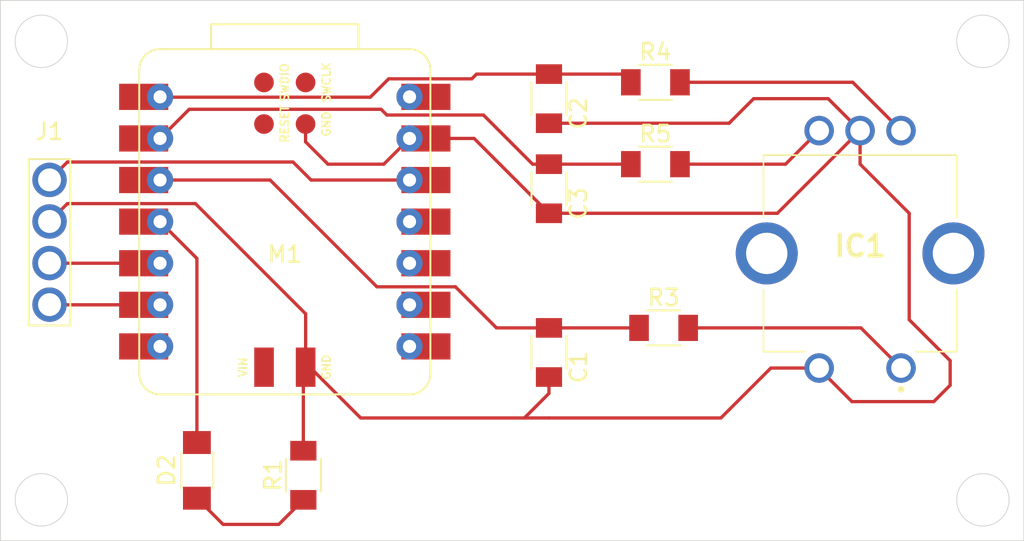
<source format=kicad_pcb>
(kicad_pcb (version 20241229) (generator "pcbnew") (generator_version "9.0")
  (layers (0 "F.Cu" signal) (2 "B.Cu" signal) (13 "F.Paste" user) (15 "B.Paste" user) (5 "F.SilkS" user "F.Silkscreen") (7 "B.SilkS" user "B.Silkscreen") (1 "F.Mask" user) (3 "B.Mask" user) (25 "Edge.Cuts" user))
  (net 0 "")
  (net 1 "/D3")
  (net 2 "Net-(D2-K)")
  (net 3 "GND")
  (net 4 "/D2")
  (net 5 "/D0")
  (net 7 "/D1")
  (net 9 "/SCL")
  (net 10 "+3.3V")
  (net 11 "/SDA")
  (net 28 "Net-(IC1-Pad1)")
  (net 29 "Net-(IC1-PadA1)")
  (net 30 "Net-(IC1-PadB1)")
  (footprint "fab:R_1206" (layer "F.Cu") (at 151.5 76)
    (property "Reference" "R5" (at 0 -1.85 0) (layer "F.SilkS"))
    (property "Value" "10kR")
    (fp_line (start -1 -1.07) (end 1 -1.07) (stroke (width 0.12)) (layer "F.SilkS"))
    (fp_line (start 1 1.07) (end -1 1.07) (stroke (width 0.12)) (layer "F.SilkS"))
    (pad "1" smd rect (at -1.5 0) (size 1.2 1.6) (layers "F.Cu" "F.Mask" "F.Paste") (net 7 "/D1"))
    (pad "2" smd rect (at 1.5 0) (size 1.2 1.6) (layers "F.Cu" "F.Mask" "F.Paste") (net 30 "Net-(IC1-PadB1)"))
  )
  (footprint "fab:SeeedStudio_XIAO_RP2040" (layer "F.Cu") (at 128.865 79.51)
    (property "Reference" "M1" (at 0 1.99 0) (layer "F.SilkS"))
    (property "Value" "Module_XIAO-RP2040" (hide yes))
    (fp_line (start -8.8875 9.281) (end -8.8875 -9.261) (stroke (width 0.12)) (layer "F.SilkS"))
    (fp_line (start -7.6175 -10.531) (end 7.6225 -10.531) (stroke (width 0.12)) (layer "F.SilkS"))
    (fp_line (start 7.6225 10.551) (end -7.6175 10.551) (stroke (width 0.12)) (layer "F.SilkS"))
    (fp_line (start 8.8925 -9.261) (end 8.8925 9.281) (stroke (width 0.12)) (layer "F.SilkS"))
    (fp_rect (start -4.4975 -10.531) (end 4.5025 -12.055) (stroke (width 0.12)) (fill no) (layer "F.SilkS"))
    (fp_arc (start -8.8875 -9.261) (mid -8.515526 -10.159026) (end -7.6175 -10.531) (stroke (width 0.12)) (layer "F.SilkS"))
    (fp_arc (start -7.6175 10.551) (mid -8.515526 10.179026) (end -8.8875 9.281) (stroke (width 0.12)) (layer "F.SilkS"))
    (fp_arc (start 7.6225 -10.531) (mid 8.520526 -10.159026) (end 8.8925 -9.261) (stroke (width 0.12)) (layer "F.SilkS"))
    (fp_arc (start 8.8925 9.281) (mid 8.520526 10.179026) (end 7.6225 10.551) (stroke (width 0.12)) (layer "F.SilkS"))
    (fp_text user "GND" (at 2.54 -5.96 90) (layer "F.SilkS") (effects (font (size 0.5 0.5) (thickness 0.1) (bold yes))))
    (fp_text user "SWDIO" (at 0 -8.5 90) (layer "F.SilkS") (effects (font (size 0.5 0.5) (thickness 0.1) (bold yes))))
    (fp_text user "VIN" (at -2.535 8.89 90) (layer "F.SilkS") (effects (font (size 0.5 0.5) (thickness 0.1) (bold yes))))
    (fp_text user "GND" (at 2.545 8.89 90) (layer "F.SilkS") (effects (font (size 0.5 0.5) (thickness 0.1) (bold yes))))
    (fp_text user "SWCLK" (at 2.54 -8.5 90) (layer "F.SilkS") (effects (font (size 0.5 0.5) (thickness 0.1) (bold yes))))
    (fp_text user "RESET" (at 0 -5.96 90) (layer "F.SilkS") (effects (font (size 0.5 0.5) (thickness 0.1) (bold yes))))
    (pad "1" thru_hole circle (at -7.615 -7.62) (size 1.6 1.6) (drill 0.8) (layers "*.Cu" "*.Mask") (net 5 "/D0"))
    (pad "1" smd rect (at -7.615 -7.62) (size 3 1.6) (drill (offset -1 0)) (layers "F.Cu" "F.Mask" "F.Paste") (net 5 "/D0"))
    (pad "2" thru_hole circle (at -7.615 -5.08) (size 1.6 1.6) (drill 0.8) (layers "*.Cu" "*.Mask") (net 7 "/D1"))
    (pad "2" smd rect (at -7.615 -5.08) (size 3 1.6) (drill (offset -1 0)) (layers "F.Cu" "F.Mask" "F.Paste") (net 7 "/D1"))
    (pad "3" thru_hole circle (at -7.615 -2.54) (size 1.6 1.6) (drill 0.8) (layers "*.Cu" "*.Mask") (net 4 "/D2"))
    (pad "3" smd rect (at -7.615 -2.54) (size 3 1.6) (drill (offset -1 0)) (layers "F.Cu" "F.Mask" "F.Paste") (net 4 "/D2"))
    (pad "4" thru_hole circle (at -7.615 0) (size 1.6 1.6) (drill 0.8) (layers "*.Cu" "*.Mask") (net 1 "/D3"))
    (pad "4" smd rect (at -7.615 0) (size 3 1.6) (drill (offset -1 0)) (layers "F.Cu" "F.Mask" "F.Paste") (net 1 "/D3"))
    (pad "5" thru_hole circle (at -7.615 2.54) (size 1.6 1.6) (drill 0.8) (layers "*.Cu" "*.Mask") (net 11 "/SDA"))
    (pad "5" smd rect (at -7.615 2.54) (size 3 1.6) (drill (offset -1 0)) (layers "F.Cu" "F.Mask" "F.Paste") (net 11 "/SDA"))
    (pad "6" thru_hole circle (at -7.615 5.08) (size 1.6 1.6) (drill 0.8) (layers "*.Cu" "*.Mask") (net 9 "/SCL"))
    (pad "6" smd rect (at -7.615 5.08) (size 3 1.6) (drill (offset -1 0)) (layers "F.Cu" "F.Mask" "F.Paste") (net 9 "/SCL"))
    (pad "7" thru_hole circle (at -7.615 7.62) (size 1.6 1.6) (drill 0.8) (layers "*.Cu" "*.Mask"))
    (pad "7" smd rect (at -7.615 7.62) (size 3 1.6) (drill (offset -1 0)) (layers "F.Cu" "F.Mask" "F.Paste"))
    (pad "8" thru_hole circle (at 7.62 7.62) (size 1.6 1.6) (drill 0.8) (layers "*.Cu" "*.Mask"))
    (pad "8" smd rect (at 7.62 7.62) (size 3 1.6) (drill (offset 1 0)) (layers "F.Cu" "F.Mask" "F.Paste"))
    (pad "9" thru_hole circle (at 7.62 5.08) (size 1.6 1.6) (drill 0.8) (layers "*.Cu" "*.Mask"))
    (pad "9" smd rect (at 7.62 5.08) (size 3 1.6) (drill (offset 1 0)) (layers "F.Cu" "F.Mask" "F.Paste"))
    (pad "10" thru_hole circle (at 7.62 2.54) (size 1.6 1.6) (drill 0.8) (layers "*.Cu" "*.Mask"))
    (pad "10" smd rect (at 7.62 2.54) (size 3 1.6) (drill (offset 1 0)) (layers "F.Cu" "F.Mask" "F.Paste"))
    (pad "11" thru_hole circle (at 7.62 0) (size 1.6 1.6) (drill 0.8) (layers "*.Cu" "*.Mask"))
    (pad "11" smd rect (at 7.62 0) (size 3 1.6) (drill (offset 1 0)) (layers "F.Cu" "F.Mask" "F.Paste"))
    (pad "12" thru_hole circle (at 7.62 -2.54) (size 1.6 1.6) (drill 0.8) (layers "*.Cu" "*.Mask") (net 10 "+3.3V"))
    (pad "12" smd rect (at 7.62 -2.54) (size 3 1.6) (drill (offset 1 0)) (layers "F.Cu" "F.Mask" "F.Paste") (net 10 "+3.3V"))
    (pad "13" thru_hole circle (at 7.62 -5.08) (size 1.6 1.6) (drill 0.8) (layers "*.Cu" "*.Mask") (net 3 "GND"))
    (pad "13" smd rect (at 7.62 -5.08) (size 3 1.6) (drill (offset 1 0)) (layers "F.Cu" "F.Mask" "F.Paste") (net 3 "GND"))
    (pad "14" thru_hole circle (at 7.62 -7.62) (size 1.6 1.6) (drill 0.8) (layers "*.Cu" "*.Mask"))
    (pad "14" smd rect (at 7.62 -7.62) (size 3 1.6) (drill (offset 1 0)) (layers "F.Cu" "F.Mask" "F.Paste"))
    (pad "15" smd rect (at 1.275 8.89 270) (size 2.4 1.2) (layers "F.Cu" "F.Mask" "F.Paste") (net 3 "GND"))
    (pad "16" smd rect (at -1.265 8.89 270) (size 2.4 1.2) (layers "F.Cu" "F.Mask" "F.Paste"))
    (pad "17" smd circle (at -1.27 -8.5) (size 1.2 1.2) (layers "F.Cu" "F.Mask" "F.Paste"))
    (pad "18" smd circle (at -1.27 -5.96) (size 1.2 1.2) (layers "F.Cu" "F.Mask" "F.Paste"))
    (pad "19" smd circle (at 1.27 -5.96) (size 1.2 1.2) (layers "F.Cu" "F.Mask" "F.Paste") (net 3 "GND"))
    (pad "20" smd circle (at 1.27 -8.5) (size 1.2 1.2) (layers "F.Cu" "F.Mask" "F.Paste"))
  )
  (footprint "fab:R_1206" (layer "F.Cu") (at 151.5 71)
    (property "Reference" "R4" (at 0 -1.85 0) (layer "F.SilkS"))
    (property "Value" "10kR")
    (fp_line (start -1 -1.07) (end 1 -1.07) (stroke (width 0.12)) (layer "F.SilkS"))
    (fp_line (start 1 1.07) (end -1 1.07) (stroke (width 0.12)) (layer "F.SilkS"))
    (pad "1" smd rect (at -1.5 0) (size 1.2 1.6) (layers "F.Cu" "F.Mask" "F.Paste") (net 5 "/D0"))
    (pad "2" smd rect (at 1.5 0) (size 1.2 1.6) (layers "F.Cu" "F.Mask" "F.Paste") (net 29 "Net-(IC1-PadA1)"))
  )
  (footprint "fab:LED_1206" (layer "F.Cu") (at 123.5 94.7 90)
    (property "Reference" "D2" (at 0 -1.85 90) (layer "F.SilkS"))
    (property "Value" "LED_1206")
    (fp_line (start -1.1 -0.95) (end 1.1 -0.95) (stroke (width 0.12)) (layer "F.SilkS"))
    (fp_line (start -1.1 1) (end 1.1 1) (stroke (width 0.12)) (layer "F.SilkS"))
    (pad "1" smd rect (at -1.7 0 90) (size 1.4 1.7) (layers "F.Cu" "F.Mask" "F.Paste") (net 2 "Net-(D2-K)"))
    (pad "2" smd rect (at 1.7 0 90) (size 1.4 1.7) (layers "F.Cu" "F.Mask" "F.Paste") (net 1 "/D3"))
  )
  (footprint "fab:C_1206" (layer "F.Cu") (at 145 72 -90)
    (property "Reference" "C2" (at 0.9 -1.8 90) (layer "F.SilkS"))
    (property "Value" "0.01 uF")
    (fp_line (start 1 1.07) (end -1 1.07) (stroke (width 0.12)) (layer "F.SilkS"))
    (fp_line (start -1 -1.07) (end 1 -1.07) (stroke (width 0.12)) (layer "F.SilkS"))
    (pad "1" smd rect (at -1.5 0 270) (size 1.2 1.6) (layers "F.Cu" "F.Mask" "F.Paste") (net 5 "/D0"))
    (pad "2" smd rect (at 1.5 0 270) (size 1.2 1.6) (layers "F.Cu" "F.Mask" "F.Paste") (net 3 "GND"))
  )
  (footprint "fab:R_1206" (layer "F.Cu") (at 130 95 90)
    (property "Reference" "R1" (at 0 -1.85 90) (layer "F.SilkS"))
    (property "Value" "330R")
    (fp_line (start -1 -1.07) (end 1 -1.07) (stroke (width 0.12)) (layer "F.SilkS"))
    (fp_line (start 1 1.07) (end -1 1.07) (stroke (width 0.12)) (layer "F.SilkS"))
    (pad "1" smd rect (at -1.5 0 90) (size 1.2 1.6) (layers "F.Cu" "F.Mask" "F.Paste") (net 2 "Net-(D2-K)"))
    (pad "2" smd rect (at 1.5 0 90) (size 1.2 1.6) (layers "F.Cu" "F.Mask" "F.Paste") (net 3 "GND"))
  )
  (footprint "fab:C_1206" (layer "F.Cu") (at 145 77.5 -90)
    (property "Reference" "C3" (at 0.9 -1.8 90) (layer "F.SilkS"))
    (property "Value" "0.01 uF")
    (fp_line (start 1 1.07) (end -1 1.07) (stroke (width 0.12)) (layer "F.SilkS"))
    (fp_line (start -1 -1.07) (end 1 -1.07) (stroke (width 0.12)) (layer "F.SilkS"))
    (pad "1" smd rect (at -1.5 0 270) (size 1.2 1.6) (layers "F.Cu" "F.Mask" "F.Paste") (net 7 "/D1"))
    (pad "2" smd rect (at 1.5 0 270) (size 1.2 1.6) (layers "F.Cu" "F.Mask" "F.Paste") (net 3 "GND"))
  )
  (footprint "fab:R_1206" (layer "F.Cu") (at 152 86)
    (property "Reference" "R3" (at 0 -1.85 0) (layer "F.SilkS"))
    (property "Value" "10kR")
    (fp_line (start -1 -1.07) (end 1 -1.07) (stroke (width 0.12)) (layer "F.SilkS"))
    (fp_line (start 1 1.07) (end -1 1.07) (stroke (width 0.12)) (layer "F.SilkS"))
    (pad "1" smd rect (at -1.5 0) (size 1.2 1.6) (layers "F.Cu" "F.Mask" "F.Paste") (net 4 "/D2"))
    (pad "2" smd rect (at 1.5 0) (size 1.2 1.6) (layers "F.Cu" "F.Mask" "F.Paste") (net 28 "Net-(IC1-Pad1)"))
  )
  (footprint "fab:C_1206" (layer "F.Cu") (at 145 87.5 -90)
    (property "Reference" "C1" (at 0.9 -1.8 90) (layer "F.SilkS"))
    (property "Value" "0.01 uF")
    (fp_line (start 1 1.07) (end -1 1.07) (stroke (width 0.12)) (layer "F.SilkS"))
    (fp_line (start -1 -1.07) (end 1 -1.07) (stroke (width 0.12)) (layer "F.SilkS"))
    (pad "1" smd rect (at -1.5 0 270) (size 1.2 1.6) (layers "F.Cu" "F.Mask" "F.Paste") (net 4 "/D2"))
    (pad "2" smd rect (at 1.5 0 270) (size 1.2 1.6) (layers "F.Cu" "F.Mask" "F.Paste") (net 3 "GND"))
  )
  (footprint "PEC11L-4115F-S0020:PEC11L4115FS0020" (layer "F.Cu") (at 166.5 88.45 180)
    (property "Reference" "IC1" (at 2.5 7.45 180) (layer "F.SilkS") (effects (font (size 1.27 1.27) (thickness 0.254))))
    (property "Value" "PEC11L-4115F-S0020" (hide yes))
    (fp_line (start 8.4 13) (end 8.4 9.2) (stroke (width 0.1)) (layer "F.SilkS"))
    (fp_line (start 8.4 1) (end 8.4 4.8) (stroke (width 0.1)) (layer "F.SilkS"))
    (fp_line (start 5.9 1) (end 8.4 1) (stroke (width 0.1)) (layer "F.SilkS"))
    (fp_line (start 0.1 -1.3) (end 0.1 -1.3) (stroke (width 0.2)) (layer "F.SilkS"))
    (fp_line (start -0.1 -1.3) (end -0.1 -1.3) (stroke (width 0.2)) (layer "F.SilkS"))
    (fp_line (start -3.4 13) (end 8.4 13) (stroke (width 0.1)) (layer "F.SilkS"))
    (fp_line (start -3.4 9.2) (end -3.4 13) (stroke (width 0.1)) (layer "F.SilkS"))
    (fp_line (start -3.4 4.8) (end -3.4 1) (stroke (width 0.1)) (layer "F.SilkS"))
    (fp_line (start -3.4 1) (end -0.9 1) (stroke (width 0.1)) (layer "F.SilkS"))
    (fp_arc (start 0.1 -1.3) (mid 0 -1.2) (end -0.1 -1.3) (stroke (width 0.2)) (layer "F.SilkS"))
    (fp_arc (start -0.1 -1.3) (mid 0 -1.4) (end 0.1 -1.3) (stroke (width 0.2)) (layer "F.SilkS"))
    (pad "1" thru_hole circle (at 0 0 180) (size 1.8 1.8) (drill 1.2) (layers "*.Cu" "*.Mask") (net 28 "Net-(IC1-Pad1)"))
    (pad "2" thru_hole circle (at 5 0 180) (size 1.8 1.8) (drill 1.2) (layers "*.Cu" "*.Mask") (net 3 "GND"))
    (pad "A1" thru_hole circle (at 0 14.5 180) (size 1.8 1.8) (drill 1.2) (layers "*.Cu" "*.Mask") (net 29 "Net-(IC1-PadA1)"))
    (pad "B1" thru_hole circle (at 5 14.5 180) (size 1.8 1.8) (drill 1.2) (layers "*.Cu" "*.Mask") (net 30 "Net-(IC1-PadB1)"))
    (pad "C1" thru_hole circle (at 2.5 14.5 180) (size 1.8 1.8) (drill 1.2) (layers "*.Cu" "*.Mask") (net 3 "GND"))
    (pad "MH1" thru_hole circle (at -3.2 7 180) (size 3.786 3.786) (drill 2.5239) (layers "*.Cu" "*.Mask"))
    (pad "MH2" thru_hole circle (at 8.2 7 180) (size 3.786 3.786) (drill 2.5239) (layers "*.Cu" "*.Mask"))
  )
  (footprint "fab:PinHeader_01x04_P2.54mm_Vertical_THT_D1.4mm" (layer "F.Cu") (at 114.5 76.96)
    (property "Reference" "J1" (at 0 -2.96 0) (layer "F.SilkS"))
    (property "Value" "PinHeader_01x04_P2.54mm_Vertical_THT_D1.4mm" (hide yes))
    (fp_line (start -1.27 -1.27) (end -1.27 8.89) (stroke (width 0.12)) (layer "F.SilkS"))
    (fp_line (start -1.27 -1.27) (end 1.27 -1.27) (stroke (width 0.12)) (layer "F.SilkS"))
    (fp_line (start -1.27 8.89) (end 1.27 8.89) (stroke (width 0.12)) (layer "F.SilkS"))
    (fp_line (start 1.27 -1.27) (end 1.27 8.89) (stroke (width 0.12)) (layer "F.SilkS"))
    (pad "1" thru_hole circle (at 0 0) (size 2.1 2.1) (drill 1.4) (layers "*.Cu" "*.Mask") (net 10 "+3.3V"))
    (pad "2" thru_hole circle (at 0 2.54) (size 2.1 2.1) (drill 1.4) (layers "*.Cu" "*.Mask") (net 3 "GND"))
    (pad "3" thru_hole circle (at 0 5.08) (size 2.1 2.1) (drill 1.4) (layers "*.Cu" "*.Mask") (net 11 "/SDA"))
    (pad "4" thru_hole circle (at 0 7.62) (size 2.1 2.1) (drill 1.4) (layers "*.Cu" "*.Mask") (net 9 "/SCL"))
  )
  (gr_circle (center 114 68.5) (end 115.6 68.5) (stroke (width 0.05)) (fill no) (layer "Edge.Cuts"))
  (gr_circle (center 171.5 96.5) (end 173.1 96.5) (stroke (width 0.05)) (fill no) (layer "Edge.Cuts"))
  (gr_rect (start 111.5 66) (end 174 99) (stroke (width 0.05)) (fill no) (layer "Edge.Cuts"))
  (gr_circle (center 171.5 68.5) (end 173.1 68.5) (stroke (width 0.05)) (fill no) (layer "Edge.Cuts"))
  (gr_circle (center 114 96.5) (end 115.6 96.5) (stroke (width 0.05)) (fill no) (layer "Edge.Cuts"))
  (segment (start 123.5 81.76) (end 121.25 79.51) (width 0.2) (layer "F.Cu") (net 1))
  (segment (start 123.5 93) (end 123.5 81.76) (width 0.2) (layer "F.Cu") (net 1))
  (segment (start 125.1 98) (end 128.5 98) (width 0.2) (layer "F.Cu") (net 2))
  (segment (start 128.5 98) (end 130 96.5) (width 0.2) (layer "F.Cu") (net 2))
  (segment (start 123.5 96.4) (end 125.1 98) (width 0.2) (layer "F.Cu") (net 2))
  (segment (start 145 90) (end 143.5 91.5) (width 0.2) (layer "F.Cu") (net 3))
  (segment (start 167 85.5) (end 169.5 88) (width 0.2) (layer "F.Cu") (net 3))
  (segment (start 168.5 90.5) (end 163.5 90.5) (width 0.2) (layer "F.Cu") (net 3))
  (segment (start 133.5 91.5) (end 130.4 88.4) (width 0.2) (layer "F.Cu") (net 3))
  (segment (start 130.14 85.14) (end 123.409 78.409) (width 0.2) (layer "F.Cu") (net 3))
  (segment (start 130 88.54) (end 130.14 88.4) (width 0.2) (layer "F.Cu") (net 3))
  (segment (start 115.591 78.409) (end 114.5 79.5) (width 0.2) (layer "F.Cu") (net 3))
  (segment (start 145 73.5) (end 156 73.5) (width 0.2) (layer "F.Cu") (net 3))
  (segment (start 134.915 76) (end 136.485 74.43) (width 0.2) (layer "F.Cu") (net 3))
  (segment (start 145 79) (end 158.95 79) (width 0.2) (layer "F.Cu") (net 3))
  (segment (start 123.409 78.409) (end 115.591 78.409) (width 0.2) (layer "F.Cu") (net 3))
  (segment (start 158.95 79) (end 164 73.95) (width 0.2) (layer "F.Cu") (net 3))
  (segment (start 130.135 73.55) (end 130.135 74.635) (width 0.2) (layer "F.Cu") (net 3))
  (segment (start 143.5 91.5) (end 133.5 91.5) (width 0.2) (layer "F.Cu") (net 3))
  (segment (start 155.5 91.5) (end 145 91.5) (width 0.2) (layer "F.Cu") (net 3))
  (segment (start 169.5 89.5) (end 168.5 90.5) (width 0.2) (layer "F.Cu") (net 3))
  (segment (start 164 73.95) (end 164 76) (width 0.2) (layer "F.Cu") (net 3))
  (segment (start 157.5 72) (end 162.05 72) (width 0.2) (layer "F.Cu") (net 3))
  (segment (start 162.05 72) (end 164 73.95) (width 0.2) (layer "F.Cu") (net 3))
  (segment (start 140.43 74.43) (end 136.485 74.43) (width 0.2) (layer "F.Cu") (net 3))
  (segment (start 161.5 88.45) (end 158.55 88.45) (width 0.2) (layer "F.Cu") (net 3))
  (segment (start 131.5 76) (end 134.915 76) (width 0.2) (layer "F.Cu") (net 3))
  (segment (start 145 79) (end 140.43 74.43) (width 0.2) (layer "F.Cu") (net 3))
  (segment (start 145 91.5) (end 143.5 91.5) (width 0.2) (layer "F.Cu") (net 3))
  (segment (start 164 76) (end 167 79) (width 0.2) (layer "F.Cu") (net 3))
  (segment (start 130.14 88.4) (end 130.14 85.14) (width 0.2) (layer "F.Cu") (net 3))
  (segment (start 161.5 88.5) (end 161.5 88.45) (width 0.2) (layer "F.Cu") (net 3))
  (segment (start 163.5 90.5) (end 161.5 88.5) (width 0.2) (layer "F.Cu") (net 3))
  (segment (start 156 73.5) (end 157.5 72) (width 0.2) (layer "F.Cu") (net 3))
  (segment (start 169.5 88) (end 169.5 89.5) (width 0.2) (layer "F.Cu") (net 3))
  (segment (start 158.55 88.45) (end 155.5 91.5) (width 0.2) (layer "F.Cu") (net 3))
  (segment (start 145 89) (end 145 90) (width 0.2) (layer "F.Cu") (net 3))
  (segment (start 130.4 88.4) (end 130.14 88.4) (width 0.2) (layer "F.Cu") (net 3))
  (segment (start 130.135 74.635) (end 131.5 76) (width 0.2) (layer "F.Cu") (net 3))
  (segment (start 130 93.5) (end 130 88.54) (width 0.2) (layer "F.Cu") (net 3))
  (segment (start 167 79) (end 167 85.5) (width 0.2) (layer "F.Cu") (net 3))
  (segment (start 130.24 88.5) (end 130.14 88.4) (width 0.2) (layer "F.Cu") (net 3))
  (segment (start 141.797 86) (end 139.286 83.489) (width 0.2) (layer "F.Cu") (net 4))
  (segment (start 127.97 76.97) (end 121.25 76.97) (width 0.2) (layer "F.Cu") (net 4))
  (segment (start 150.5 86) (end 145 86) (width 0.2) (layer "F.Cu") (net 4))
  (segment (start 139.286 83.489) (end 134.489 83.489) (width 0.2) (layer "F.Cu") (net 4))
  (segment (start 145 86) (end 141.797 86) (width 0.2) (layer "F.Cu") (net 4))
  (segment (start 134.489 83.489) (end 127.97 76.97) (width 0.2) (layer "F.Cu") (net 4))
  (segment (start 140.578 70.5) (end 140.289 70.789) (width 0.2) (layer "F.Cu") (net 5))
  (segment (start 135.211 70.789) (end 134.089 71.911) (width 0.2) (layer "F.Cu") (net 5))
  (segment (start 145 70.5) (end 140.578 70.5) (width 0.2) (layer "F.Cu") (net 5))
  (segment (start 121.271 71.911) (end 121.25 71.89) (width 0.2) (layer "F.Cu") (net 5))
  (segment (start 149.5 70.5) (end 150 71) (width 0.2) (layer "F.Cu") (net 5))
  (segment (start 140.289 70.789) (end 135.211 70.789) (width 0.2) (layer "F.Cu") (net 5))
  (segment (start 145 70.5) (end 149.5 70.5) (width 0.2) (layer "F.Cu") (net 5))
  (segment (start 134.089 71.911) (end 121.271 71.911) (width 0.2) (layer "F.Cu") (net 5))
  (segment (start 135.098918 73) (end 134.747918 72.649) (width 0.2) (layer "F.Cu") (net 7))
  (segment (start 150 76) (end 145 76) (width 0.2) (layer "F.Cu") (net 7))
  (segment (start 123.031 72.649) (end 121.25 74.43) (width 0.2) (layer "F.Cu") (net 7))
  (segment (start 134.747918 72.649) (end 123.031 72.649) (width 0.2) (layer "F.Cu") (net 7))
  (segment (start 145 76) (end 144 76) (width 0.2) (layer "F.Cu") (net 7))
  (segment (start 141 73) (end 135.098918 73) (width 0.2) (layer "F.Cu") (net 7))
  (segment (start 144 76) (end 141 73) (width 0.2) (layer "F.Cu") (net 7))
  (segment (start 114.51 84.59) (end 114.5 84.58) (width 0.2) (layer "F.Cu") (net 9))
  (segment (start 121.25 84.59) (end 114.51 84.59) (width 0.2) (layer "F.Cu") (net 9))
  (segment (start 114.5 76.96) (end 115.591 75.869) (width 0.2) (layer "F.Cu") (net 10))
  (segment (start 129.369 75.869) (end 130.47 76.97) (width 0.2) (layer "F.Cu") (net 10))
  (segment (start 115.591 75.869) (end 129.369 75.869) (width 0.2) (layer "F.Cu") (net 10))
  (segment (start 130.47 76.97) (end 136.485 76.97) (width 0.2) (layer "F.Cu") (net 10))
  (segment (start 121.25 82.05) (end 114.51 82.05) (width 0.2) (layer "F.Cu") (net 11))
  (segment (start 114.51 82.05) (end 114.5 82.04) (width 0.2) (layer "F.Cu") (net 11))
  (segment (start 164.05 86) (end 153.5 86) (width 0.2) (layer "F.Cu") (net 28))
  (segment (start 166.5 88.45) (end 164.05 86) (width 0.2) (layer "F.Cu") (net 28))
  (segment (start 153 71) (end 163.55 71) (width 0.2) (layer "F.Cu") (net 29))
  (segment (start 163.55 71) (end 166.5 73.95) (width 0.2) (layer "F.Cu") (net 29))
  (segment (start 161.5 73.95) (end 159.45 76) (width 0.2) (layer "F.Cu") (net 30))
  (segment (start 159.45 76) (end 153 76) (width 0.2) (layer "F.Cu") (net 30))
)
</source>
